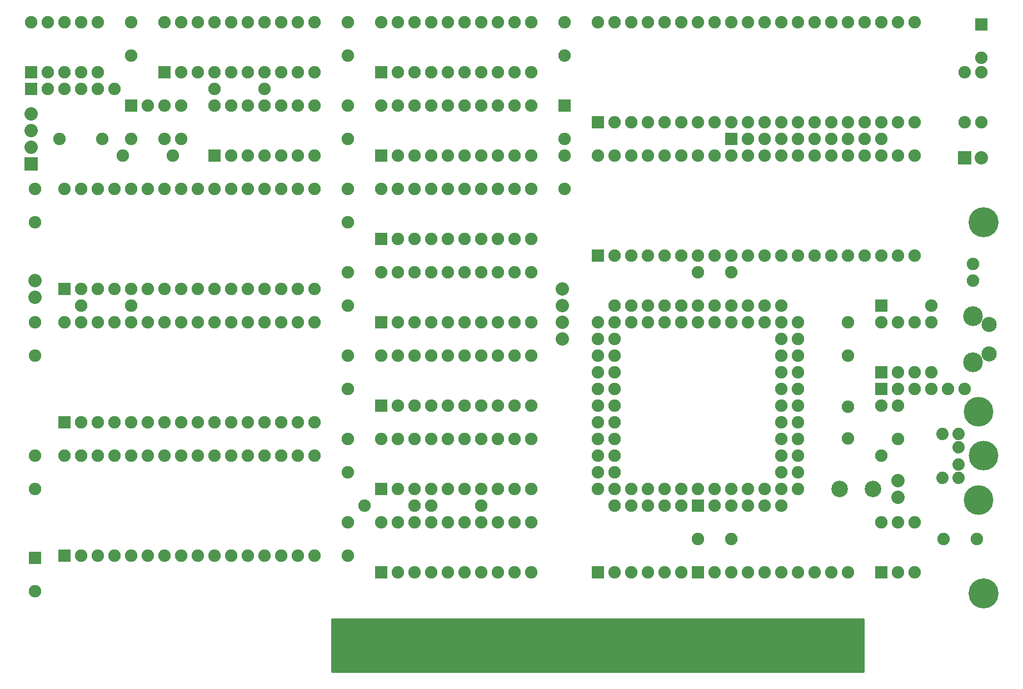
<source format=gts>
G04 #@! TF.FileFunction,Soldermask,Top*
%FSLAX46Y46*%
G04 Gerber Fmt 4.6, Leading zero omitted, Abs format (unit mm)*
G04 Created by KiCad (PCBNEW 4.0.7) date 09/20/18 09:46:41*
%MOMM*%
%LPD*%
G01*
G04 APERTURE LIST*
%ADD10C,0.150000*%
%ADD11R,2.286000X8.128000*%
%ADD12R,1.905000X1.905000*%
%ADD13C,1.905000*%
%ADD14C,2.506980*%
%ADD15C,4.572000*%
%ADD16C,1.879600*%
%ADD17C,4.508500*%
%ADD18R,2.032000X2.032000*%
%ADD19C,2.032000*%
%ADD20C,3.007360*%
%ADD21C,2.308860*%
%ADD22C,0.254000*%
G04 APERTURE END LIST*
D10*
D11*
X185420000Y-145732500D03*
X182880000Y-145732500D03*
X180340000Y-145732500D03*
X177800000Y-145732500D03*
X175260000Y-145732500D03*
X172720000Y-145732500D03*
X170180000Y-145732500D03*
X167640000Y-145732500D03*
X165100000Y-145732500D03*
X162560000Y-145732500D03*
X160020000Y-145732500D03*
X157480000Y-145732500D03*
X154940000Y-145732500D03*
X152400000Y-145732500D03*
X149860000Y-145732500D03*
X147320000Y-145732500D03*
X144780000Y-145732500D03*
X142240000Y-145732500D03*
X139700000Y-145732500D03*
X137160000Y-145732500D03*
X134620000Y-145732500D03*
X132080000Y-145732500D03*
X129540000Y-145732500D03*
X127000000Y-145732500D03*
X124460000Y-145732500D03*
X121920000Y-145732500D03*
X119380000Y-145732500D03*
X116840000Y-145732500D03*
X114300000Y-145732500D03*
X111760000Y-145732500D03*
X109220000Y-145732500D03*
D12*
X66040000Y-91440000D03*
D13*
X68580000Y-91440000D03*
X71120000Y-91440000D03*
X73660000Y-91440000D03*
X76200000Y-91440000D03*
X78740000Y-91440000D03*
X81280000Y-91440000D03*
X83820000Y-91440000D03*
X86360000Y-91440000D03*
X88900000Y-91440000D03*
X91440000Y-91440000D03*
X93980000Y-91440000D03*
X96520000Y-91440000D03*
X99060000Y-91440000D03*
X101600000Y-91440000D03*
X104140000Y-91440000D03*
X104140000Y-76200000D03*
X101600000Y-76200000D03*
X99060000Y-76200000D03*
X96520000Y-76200000D03*
X93980000Y-76200000D03*
X91440000Y-76200000D03*
X88900000Y-76200000D03*
X86360000Y-76200000D03*
X83820000Y-76200000D03*
X81280000Y-76200000D03*
X78740000Y-76200000D03*
X76200000Y-76200000D03*
X73660000Y-76200000D03*
X71120000Y-76200000D03*
X68580000Y-76200000D03*
X66040000Y-76200000D03*
X65328800Y-68580000D03*
X71831200Y-68580000D03*
D12*
X162560000Y-124460000D03*
D13*
X162560000Y-121920000D03*
X165100000Y-124460000D03*
X165100000Y-121920000D03*
X167640000Y-124460000D03*
X167640000Y-121920000D03*
X170180000Y-124460000D03*
X170180000Y-121920000D03*
X172720000Y-124460000D03*
X172720000Y-121920000D03*
X175260000Y-124460000D03*
X177800000Y-121920000D03*
X175260000Y-121920000D03*
X177800000Y-119380000D03*
X175260000Y-119380000D03*
X177800000Y-116840000D03*
X175260000Y-116840000D03*
X177800000Y-114300000D03*
X175260000Y-114300000D03*
X177800000Y-111760000D03*
X175260000Y-111760000D03*
X177800000Y-109220000D03*
X175260000Y-109220000D03*
X177800000Y-106680000D03*
X175260000Y-106680000D03*
X177800000Y-104140000D03*
X175260000Y-104140000D03*
X177800000Y-101600000D03*
X175260000Y-101600000D03*
X177800000Y-99060000D03*
X175260000Y-99060000D03*
X177800000Y-96520000D03*
X175260000Y-93980000D03*
X175260000Y-96520000D03*
X172720000Y-93980000D03*
X172720000Y-96520000D03*
X170180000Y-93980000D03*
X170180000Y-96520000D03*
X167640000Y-93980000D03*
X167640000Y-96520000D03*
X165100000Y-93980000D03*
X165100000Y-96520000D03*
X162560000Y-93980000D03*
X162560000Y-96520000D03*
X160020000Y-93980000D03*
X160020000Y-96520000D03*
X157480000Y-93980000D03*
X157480000Y-96520000D03*
X154940000Y-93980000D03*
X154940000Y-96520000D03*
X152400000Y-93980000D03*
X152400000Y-96520000D03*
X149860000Y-93980000D03*
X147320000Y-96520000D03*
X149860000Y-96520000D03*
X147320000Y-99060000D03*
X149860000Y-99060000D03*
X147320000Y-101600000D03*
X149860000Y-101600000D03*
X147320000Y-104140000D03*
X149860000Y-104140000D03*
X147320000Y-106680000D03*
X149860000Y-106680000D03*
X147320000Y-109220000D03*
X149860000Y-109220000D03*
X147320000Y-111760000D03*
X149860000Y-111760000D03*
X147320000Y-114300000D03*
X149860000Y-114300000D03*
X147320000Y-116840000D03*
X149860000Y-116840000D03*
X147320000Y-119380000D03*
X149860000Y-119380000D03*
X147320000Y-121920000D03*
X149860000Y-124460000D03*
X149860000Y-121920000D03*
X152400000Y-124460000D03*
X152400000Y-121920000D03*
X154940000Y-124460000D03*
X154940000Y-121920000D03*
X157480000Y-124460000D03*
X157480000Y-121920000D03*
X160020000Y-124460000D03*
X160020000Y-121920000D03*
D12*
X66040000Y-111760000D03*
D13*
X68580000Y-111760000D03*
X71120000Y-111760000D03*
X73660000Y-111760000D03*
X76200000Y-111760000D03*
X78740000Y-111760000D03*
X81280000Y-111760000D03*
X83820000Y-111760000D03*
X86360000Y-111760000D03*
X88900000Y-111760000D03*
X91440000Y-111760000D03*
X93980000Y-111760000D03*
X96520000Y-111760000D03*
X99060000Y-111760000D03*
X101600000Y-111760000D03*
X104140000Y-111760000D03*
X104140000Y-96520000D03*
X101600000Y-96520000D03*
X99060000Y-96520000D03*
X96520000Y-96520000D03*
X93980000Y-96520000D03*
X91440000Y-96520000D03*
X88900000Y-96520000D03*
X86360000Y-96520000D03*
X83820000Y-96520000D03*
X81280000Y-96520000D03*
X78740000Y-96520000D03*
X76200000Y-96520000D03*
X73660000Y-96520000D03*
X71120000Y-96520000D03*
X68580000Y-96520000D03*
X66040000Y-96520000D03*
D12*
X88900000Y-71120000D03*
D13*
X91440000Y-71120000D03*
X93980000Y-71120000D03*
X96520000Y-71120000D03*
X99060000Y-71120000D03*
X101600000Y-71120000D03*
X104140000Y-71120000D03*
X104140000Y-63500000D03*
X101600000Y-63500000D03*
X99060000Y-63500000D03*
X96520000Y-63500000D03*
X93980000Y-63500000D03*
X91440000Y-63500000D03*
X88900000Y-63500000D03*
X88900000Y-60960000D03*
X96520000Y-60960000D03*
D12*
X147320000Y-66040000D03*
D13*
X149860000Y-66040000D03*
X152400000Y-66040000D03*
X154940000Y-66040000D03*
X157480000Y-66040000D03*
X160020000Y-66040000D03*
X162560000Y-66040000D03*
X165100000Y-66040000D03*
X167640000Y-66040000D03*
X170180000Y-66040000D03*
X172720000Y-66040000D03*
X175260000Y-66040000D03*
X177800000Y-66040000D03*
X180340000Y-66040000D03*
X182880000Y-66040000D03*
X185420000Y-66040000D03*
X187960000Y-66040000D03*
X190500000Y-66040000D03*
X193040000Y-66040000D03*
X195580000Y-66040000D03*
X195580000Y-50800000D03*
X193040000Y-50800000D03*
X190500000Y-50800000D03*
X187960000Y-50800000D03*
X185420000Y-50800000D03*
X182880000Y-50800000D03*
X180340000Y-50800000D03*
X177800000Y-50800000D03*
X175260000Y-50800000D03*
X172720000Y-50800000D03*
X170180000Y-50800000D03*
X167640000Y-50800000D03*
X165100000Y-50800000D03*
X162560000Y-50800000D03*
X160020000Y-50800000D03*
X157480000Y-50800000D03*
X154940000Y-50800000D03*
X152400000Y-50800000D03*
X149860000Y-50800000D03*
X147320000Y-50800000D03*
D12*
X76200000Y-63500000D03*
D13*
X78740000Y-63500000D03*
X81280000Y-63500000D03*
X142240000Y-71120000D03*
X142240000Y-76200000D03*
X142240000Y-50800000D03*
X142240000Y-55880000D03*
X162560000Y-88900000D03*
X167640000Y-88900000D03*
X61595000Y-76200000D03*
X61595000Y-81280000D03*
X61595000Y-116840000D03*
X61595000Y-121920000D03*
X61595000Y-96520000D03*
X61595000Y-101600000D03*
X109220000Y-76200000D03*
X109220000Y-81280000D03*
X109220000Y-63500000D03*
X109220000Y-68580000D03*
X109220000Y-88900000D03*
X109220000Y-93980000D03*
X109220000Y-101600000D03*
X109220000Y-106680000D03*
X109220000Y-127000000D03*
X109220000Y-132080000D03*
X109220000Y-114300000D03*
X109220000Y-119380000D03*
X83820000Y-63500000D03*
X83820000Y-68580000D03*
X185420000Y-101600000D03*
X185420000Y-96520000D03*
D12*
X61595000Y-132397500D03*
D13*
X61595000Y-137477500D03*
D12*
X142240000Y-63500000D03*
D13*
X142240000Y-68580000D03*
D12*
X205740000Y-51117500D03*
D13*
X205740000Y-56197500D03*
D14*
X184150000Y-121920000D03*
X189230000Y-121920000D03*
D13*
X193040000Y-109220000D03*
X193040000Y-114300000D03*
X81280000Y-68580000D03*
X76200000Y-68580000D03*
X198120000Y-93980000D03*
D12*
X190500000Y-93980000D03*
D13*
X204470000Y-90170000D03*
X204470000Y-87630000D03*
D15*
X206121000Y-81280000D03*
X206121000Y-137795000D03*
D16*
X202311000Y-118140480D03*
X202311000Y-115539520D03*
X199819260Y-113489740D03*
X199819260Y-120190260D03*
X202311000Y-120190260D03*
X202311000Y-113489740D03*
D17*
X206121000Y-116840000D03*
X205310740Y-110081060D03*
X205310740Y-123598940D03*
D18*
X60960000Y-72390000D03*
D19*
X60960000Y-69850000D03*
X60960000Y-67310000D03*
X60960000Y-64770000D03*
D18*
X203200000Y-71437500D03*
D19*
X205740000Y-71437500D03*
D13*
X74930000Y-71120000D03*
X82550000Y-71120000D03*
X121920000Y-124460000D03*
X129540000Y-124460000D03*
X111760000Y-124460000D03*
X119380000Y-124460000D03*
X203200000Y-58420000D03*
X203200000Y-66040000D03*
X205740000Y-58420000D03*
X205740000Y-66040000D03*
X76200000Y-93980000D03*
X68580000Y-93980000D03*
D12*
X167640000Y-68580000D03*
D13*
X170180000Y-68580000D03*
X172720000Y-68580000D03*
X175260000Y-68580000D03*
X177800000Y-68580000D03*
X180340000Y-68580000D03*
X182880000Y-68580000D03*
X185420000Y-68580000D03*
X187960000Y-68580000D03*
X190500000Y-68580000D03*
D12*
X162560000Y-134620000D03*
D13*
X165100000Y-134620000D03*
X167640000Y-134620000D03*
X170180000Y-134620000D03*
X172720000Y-134620000D03*
X175260000Y-134620000D03*
X177800000Y-134620000D03*
X180340000Y-134620000D03*
X182880000Y-134620000D03*
X185420000Y-134620000D03*
D20*
X204470000Y-102562660D03*
X204470000Y-95562420D03*
D21*
X206969360Y-101312980D03*
X206969360Y-96812100D03*
D12*
X147320000Y-86360000D03*
D13*
X149860000Y-86360000D03*
X152400000Y-86360000D03*
X154940000Y-86360000D03*
X157480000Y-86360000D03*
X160020000Y-86360000D03*
X162560000Y-86360000D03*
X165100000Y-86360000D03*
X167640000Y-86360000D03*
X170180000Y-86360000D03*
X172720000Y-86360000D03*
X175260000Y-86360000D03*
X177800000Y-86360000D03*
X180340000Y-86360000D03*
X182880000Y-86360000D03*
X185420000Y-86360000D03*
X187960000Y-86360000D03*
X190500000Y-86360000D03*
X193040000Y-86360000D03*
X195580000Y-86360000D03*
X195580000Y-71120000D03*
X193040000Y-71120000D03*
X190500000Y-71120000D03*
X187960000Y-71120000D03*
X185420000Y-71120000D03*
X182880000Y-71120000D03*
X180340000Y-71120000D03*
X177800000Y-71120000D03*
X175260000Y-71120000D03*
X172720000Y-71120000D03*
X170180000Y-71120000D03*
X167640000Y-71120000D03*
X165100000Y-71120000D03*
X162560000Y-71120000D03*
X160020000Y-71120000D03*
X157480000Y-71120000D03*
X154940000Y-71120000D03*
X152400000Y-71120000D03*
X149860000Y-71120000D03*
X147320000Y-71120000D03*
D12*
X66040000Y-132080000D03*
D13*
X68580000Y-132080000D03*
X71120000Y-132080000D03*
X73660000Y-132080000D03*
X76200000Y-132080000D03*
X78740000Y-132080000D03*
X81280000Y-132080000D03*
X83820000Y-132080000D03*
X86360000Y-132080000D03*
X88900000Y-132080000D03*
X91440000Y-132080000D03*
X93980000Y-132080000D03*
X96520000Y-132080000D03*
X99060000Y-132080000D03*
X101600000Y-132080000D03*
X104140000Y-132080000D03*
X104140000Y-116840000D03*
X101600000Y-116840000D03*
X99060000Y-116840000D03*
X96520000Y-116840000D03*
X93980000Y-116840000D03*
X91440000Y-116840000D03*
X88900000Y-116840000D03*
X86360000Y-116840000D03*
X83820000Y-116840000D03*
X81280000Y-116840000D03*
X78740000Y-116840000D03*
X76200000Y-116840000D03*
X73660000Y-116840000D03*
X71120000Y-116840000D03*
X68580000Y-116840000D03*
X66040000Y-116840000D03*
D12*
X114300000Y-83820000D03*
D13*
X116840000Y-83820000D03*
X119380000Y-83820000D03*
X121920000Y-83820000D03*
X124460000Y-83820000D03*
X127000000Y-83820000D03*
X129540000Y-83820000D03*
X132080000Y-83820000D03*
X134620000Y-83820000D03*
X137160000Y-83820000D03*
X137160000Y-76200000D03*
X134620000Y-76200000D03*
X132080000Y-76200000D03*
X129540000Y-76200000D03*
X127000000Y-76200000D03*
X124460000Y-76200000D03*
X121920000Y-76200000D03*
X119380000Y-76200000D03*
X116840000Y-76200000D03*
X114300000Y-76200000D03*
D12*
X114300000Y-71120000D03*
D13*
X116840000Y-71120000D03*
X119380000Y-71120000D03*
X121920000Y-71120000D03*
X124460000Y-71120000D03*
X127000000Y-71120000D03*
X129540000Y-71120000D03*
X132080000Y-71120000D03*
X134620000Y-71120000D03*
X137160000Y-71120000D03*
X137160000Y-63500000D03*
X134620000Y-63500000D03*
X132080000Y-63500000D03*
X129540000Y-63500000D03*
X127000000Y-63500000D03*
X124460000Y-63500000D03*
X121920000Y-63500000D03*
X119380000Y-63500000D03*
X116840000Y-63500000D03*
X114300000Y-63500000D03*
D12*
X114300000Y-96520000D03*
D13*
X116840000Y-96520000D03*
X119380000Y-96520000D03*
X121920000Y-96520000D03*
X124460000Y-96520000D03*
X127000000Y-96520000D03*
X129540000Y-96520000D03*
X132080000Y-96520000D03*
X134620000Y-96520000D03*
X137160000Y-96520000D03*
X137160000Y-88900000D03*
X134620000Y-88900000D03*
X132080000Y-88900000D03*
X129540000Y-88900000D03*
X127000000Y-88900000D03*
X124460000Y-88900000D03*
X121920000Y-88900000D03*
X119380000Y-88900000D03*
X116840000Y-88900000D03*
X114300000Y-88900000D03*
D12*
X114300000Y-109220000D03*
D13*
X116840000Y-109220000D03*
X119380000Y-109220000D03*
X121920000Y-109220000D03*
X124460000Y-109220000D03*
X127000000Y-109220000D03*
X129540000Y-109220000D03*
X132080000Y-109220000D03*
X134620000Y-109220000D03*
X137160000Y-109220000D03*
X137160000Y-101600000D03*
X134620000Y-101600000D03*
X132080000Y-101600000D03*
X129540000Y-101600000D03*
X127000000Y-101600000D03*
X124460000Y-101600000D03*
X121920000Y-101600000D03*
X119380000Y-101600000D03*
X116840000Y-101600000D03*
X114300000Y-101600000D03*
D12*
X114300000Y-134620000D03*
D13*
X116840000Y-134620000D03*
X119380000Y-134620000D03*
X121920000Y-134620000D03*
X124460000Y-134620000D03*
X127000000Y-134620000D03*
X129540000Y-134620000D03*
X132080000Y-134620000D03*
X134620000Y-134620000D03*
X137160000Y-134620000D03*
X137160000Y-127000000D03*
X134620000Y-127000000D03*
X132080000Y-127000000D03*
X129540000Y-127000000D03*
X127000000Y-127000000D03*
X124460000Y-127000000D03*
X121920000Y-127000000D03*
X119380000Y-127000000D03*
X116840000Y-127000000D03*
X114300000Y-127000000D03*
D12*
X114300000Y-121920000D03*
D13*
X116840000Y-121920000D03*
X119380000Y-121920000D03*
X121920000Y-121920000D03*
X124460000Y-121920000D03*
X127000000Y-121920000D03*
X129540000Y-121920000D03*
X132080000Y-121920000D03*
X134620000Y-121920000D03*
X137160000Y-121920000D03*
X137160000Y-114300000D03*
X134620000Y-114300000D03*
X132080000Y-114300000D03*
X129540000Y-114300000D03*
X127000000Y-114300000D03*
X124460000Y-114300000D03*
X121920000Y-114300000D03*
X119380000Y-114300000D03*
X116840000Y-114300000D03*
X114300000Y-114300000D03*
D12*
X190500000Y-104140000D03*
D13*
X193040000Y-104140000D03*
X195580000Y-104140000D03*
X198120000Y-104140000D03*
X198120000Y-96520000D03*
X195580000Y-96520000D03*
X193040000Y-96520000D03*
X190500000Y-96520000D03*
X185420000Y-114200940D03*
X185420000Y-109319060D03*
X162560000Y-129540000D03*
X167640000Y-129540000D03*
D12*
X147320000Y-134620000D03*
D13*
X149860000Y-134620000D03*
X152400000Y-134620000D03*
X154940000Y-134620000D03*
X157480000Y-134620000D03*
X160020000Y-134620000D03*
D12*
X190500000Y-106680000D03*
D13*
X193040000Y-106680000D03*
X195580000Y-106680000D03*
X198120000Y-106680000D03*
X200660000Y-106680000D03*
X203200000Y-106680000D03*
X109220000Y-50800000D03*
X109220000Y-55880000D03*
D12*
X114300000Y-58420000D03*
D13*
X116840000Y-58420000D03*
X119380000Y-58420000D03*
X121920000Y-58420000D03*
X124460000Y-58420000D03*
X127000000Y-58420000D03*
X129540000Y-58420000D03*
X132080000Y-58420000D03*
X134620000Y-58420000D03*
X137160000Y-58420000D03*
X137160000Y-50800000D03*
X134620000Y-50800000D03*
X132080000Y-50800000D03*
X129540000Y-50800000D03*
X127000000Y-50800000D03*
X124460000Y-50800000D03*
X121920000Y-50800000D03*
X119380000Y-50800000D03*
X116840000Y-50800000D03*
X114300000Y-50800000D03*
D12*
X81280000Y-58420000D03*
D13*
X83820000Y-58420000D03*
X86360000Y-58420000D03*
X88900000Y-58420000D03*
X91440000Y-58420000D03*
X93980000Y-58420000D03*
X96520000Y-58420000D03*
X99060000Y-58420000D03*
X101600000Y-58420000D03*
X104140000Y-58420000D03*
X104140000Y-50800000D03*
X101600000Y-50800000D03*
X99060000Y-50800000D03*
X96520000Y-50800000D03*
X93980000Y-50800000D03*
X91440000Y-50800000D03*
X88900000Y-50800000D03*
X86360000Y-50800000D03*
X83820000Y-50800000D03*
X81280000Y-50800000D03*
D12*
X60960000Y-60960000D03*
D13*
X63500000Y-60960000D03*
X66040000Y-60960000D03*
X68580000Y-60960000D03*
X71120000Y-60960000D03*
X73660000Y-60960000D03*
X76200000Y-50800000D03*
X76200000Y-55880000D03*
X205105000Y-129540000D03*
X200025000Y-129540000D03*
D12*
X190500000Y-134620000D03*
D13*
X193040000Y-134620000D03*
X195580000Y-134620000D03*
X195580000Y-127000000D03*
X193040000Y-127000000D03*
X190500000Y-127000000D03*
D12*
X60960000Y-58420000D03*
D13*
X63500000Y-58420000D03*
X66040000Y-58420000D03*
X68580000Y-58420000D03*
X71120000Y-58420000D03*
X71120000Y-50800000D03*
X68580000Y-50800000D03*
X66040000Y-50800000D03*
X63500000Y-50800000D03*
X60960000Y-50800000D03*
D19*
X141922500Y-99060000D03*
X141922500Y-96520000D03*
X193040000Y-120650000D03*
X193040000Y-123190000D03*
D13*
X190500000Y-109220000D03*
X190500000Y-116840000D03*
D19*
X61595000Y-92710000D03*
X61595000Y-90170000D03*
X141922500Y-93980000D03*
X141922500Y-91440000D03*
D22*
G36*
X187833000Y-149733000D02*
X106807000Y-149733000D01*
X106807000Y-141732000D01*
X187833000Y-141732000D01*
X187833000Y-149733000D01*
X187833000Y-149733000D01*
G37*
X187833000Y-149733000D02*
X106807000Y-149733000D01*
X106807000Y-141732000D01*
X187833000Y-141732000D01*
X187833000Y-149733000D01*
M02*

</source>
